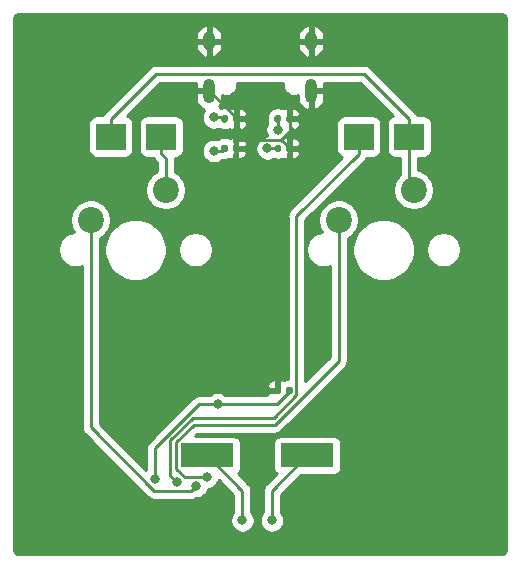
<source format=gbr>
%TF.GenerationSoftware,KiCad,Pcbnew,(5.1.12)-1*%
%TF.CreationDate,2024-08-07T21:13:35+08:00*%
%TF.ProjectId,BKL2x,424b4c32-782e-46b6-9963-61645f706362,1.0*%
%TF.SameCoordinates,Original*%
%TF.FileFunction,Copper,L2,Bot*%
%TF.FilePolarity,Positive*%
%FSLAX46Y46*%
G04 Gerber Fmt 4.6, Leading zero omitted, Abs format (unit mm)*
G04 Created by KiCad (PCBNEW (5.1.12)-1) date 2024-08-07 21:13:35*
%MOMM*%
%LPD*%
G01*
G04 APERTURE LIST*
%TA.AperFunction,SMDPad,CuDef*%
%ADD10R,2.500000X2.300000*%
%TD*%
%TA.AperFunction,ComponentPad*%
%ADD11O,1.000000X2.100000*%
%TD*%
%TA.AperFunction,ComponentPad*%
%ADD12O,1.000000X1.600000*%
%TD*%
%TA.AperFunction,ComponentPad*%
%ADD13C,2.200000*%
%TD*%
%TA.AperFunction,SMDPad,CuDef*%
%ADD14R,4.500000X2.000000*%
%TD*%
%TA.AperFunction,ViaPad*%
%ADD15C,0.800000*%
%TD*%
%TA.AperFunction,Conductor*%
%ADD16C,0.250000*%
%TD*%
%TA.AperFunction,Conductor*%
%ADD17C,0.254000*%
%TD*%
%TA.AperFunction,Conductor*%
%ADD18C,0.100000*%
%TD*%
G04 APERTURE END LIST*
%TO.P,C8,2*%
%TO.N,GND*%
%TA.AperFunction,SMDPad,CuDef*%
G36*
G01*
X147680000Y-84670000D02*
X147680000Y-84330000D01*
G75*
G02*
X147820000Y-84190000I140000J0D01*
G01*
X148100000Y-84190000D01*
G75*
G02*
X148240000Y-84330000I0J-140000D01*
G01*
X148240000Y-84670000D01*
G75*
G02*
X148100000Y-84810000I-140000J0D01*
G01*
X147820000Y-84810000D01*
G75*
G02*
X147680000Y-84670000I0J140000D01*
G01*
G37*
%TD.AperFunction*%
%TO.P,C8,1*%
%TO.N,/DP*%
%TA.AperFunction,SMDPad,CuDef*%
G36*
G01*
X146720000Y-84670000D02*
X146720000Y-84330000D01*
G75*
G02*
X146860000Y-84190000I140000J0D01*
G01*
X147140000Y-84190000D01*
G75*
G02*
X147280000Y-84330000I0J-140000D01*
G01*
X147280000Y-84670000D01*
G75*
G02*
X147140000Y-84810000I-140000J0D01*
G01*
X146860000Y-84810000D01*
G75*
G02*
X146720000Y-84670000I0J140000D01*
G01*
G37*
%TD.AperFunction*%
%TD*%
%TO.P,C7,2*%
%TO.N,GND*%
%TA.AperFunction,SMDPad,CuDef*%
G36*
G01*
X152200000Y-84670000D02*
X152200000Y-84330000D01*
G75*
G02*
X152340000Y-84190000I140000J0D01*
G01*
X152620000Y-84190000D01*
G75*
G02*
X152760000Y-84330000I0J-140000D01*
G01*
X152760000Y-84670000D01*
G75*
G02*
X152620000Y-84810000I-140000J0D01*
G01*
X152340000Y-84810000D01*
G75*
G02*
X152200000Y-84670000I0J140000D01*
G01*
G37*
%TD.AperFunction*%
%TO.P,C7,1*%
%TO.N,/DM*%
%TA.AperFunction,SMDPad,CuDef*%
G36*
G01*
X151240000Y-84670000D02*
X151240000Y-84330000D01*
G75*
G02*
X151380000Y-84190000I140000J0D01*
G01*
X151660000Y-84190000D01*
G75*
G02*
X151800000Y-84330000I0J-140000D01*
G01*
X151800000Y-84670000D01*
G75*
G02*
X151660000Y-84810000I-140000J0D01*
G01*
X151380000Y-84810000D01*
G75*
G02*
X151240000Y-84670000I0J140000D01*
G01*
G37*
%TD.AperFunction*%
%TD*%
%TO.P,C3,2*%
%TO.N,GND*%
%TA.AperFunction,SMDPad,CuDef*%
G36*
G01*
X151800000Y-104830000D02*
X151800000Y-105170000D01*
G75*
G02*
X151660000Y-105310000I-140000J0D01*
G01*
X151380000Y-105310000D01*
G75*
G02*
X151240000Y-105170000I0J140000D01*
G01*
X151240000Y-104830000D01*
G75*
G02*
X151380000Y-104690000I140000J0D01*
G01*
X151660000Y-104690000D01*
G75*
G02*
X151800000Y-104830000I0J-140000D01*
G01*
G37*
%TD.AperFunction*%
%TO.P,C3,1*%
%TO.N,/VB*%
%TA.AperFunction,SMDPad,CuDef*%
G36*
G01*
X152760000Y-104830000D02*
X152760000Y-105170000D01*
G75*
G02*
X152620000Y-105310000I-140000J0D01*
G01*
X152340000Y-105310000D01*
G75*
G02*
X152200000Y-105170000I0J140000D01*
G01*
X152200000Y-104830000D01*
G75*
G02*
X152340000Y-104690000I140000J0D01*
G01*
X152620000Y-104690000D01*
G75*
G02*
X152760000Y-104830000I0J-140000D01*
G01*
G37*
%TD.AperFunction*%
%TD*%
D10*
%TO.P,D1,1*%
%TO.N,Net-(D1-Pad1)*%
X137350000Y-83500000D03*
%TO.P,D1,2*%
%TO.N,Net-(D1-Pad2)*%
X141650000Y-83500000D03*
%TD*%
%TO.P,D2,2*%
%TO.N,Net-(D1-Pad1)*%
X162650000Y-83500000D03*
%TO.P,D2,1*%
%TO.N,/R0*%
X158350000Y-83500000D03*
%TD*%
D11*
%TO.P,J1,S1*%
%TO.N,GND*%
X154320000Y-79605000D03*
X145680000Y-79605000D03*
D12*
X154320000Y-75425000D03*
X145680000Y-75425000D03*
%TD*%
%TO.P,R1,1*%
%TO.N,GND*%
%TA.AperFunction,SMDPad,CuDef*%
G36*
G01*
X152780000Y-81815000D02*
X152780000Y-82185000D01*
G75*
G02*
X152645000Y-82320000I-135000J0D01*
G01*
X152375000Y-82320000D01*
G75*
G02*
X152240000Y-82185000I0J135000D01*
G01*
X152240000Y-81815000D01*
G75*
G02*
X152375000Y-81680000I135000J0D01*
G01*
X152645000Y-81680000D01*
G75*
G02*
X152780000Y-81815000I0J-135000D01*
G01*
G37*
%TD.AperFunction*%
%TO.P,R1,2*%
%TO.N,Net-(J1-PadA5)*%
%TA.AperFunction,SMDPad,CuDef*%
G36*
G01*
X151760000Y-81815000D02*
X151760000Y-82185000D01*
G75*
G02*
X151625000Y-82320000I-135000J0D01*
G01*
X151355000Y-82320000D01*
G75*
G02*
X151220000Y-82185000I0J135000D01*
G01*
X151220000Y-81815000D01*
G75*
G02*
X151355000Y-81680000I135000J0D01*
G01*
X151625000Y-81680000D01*
G75*
G02*
X151760000Y-81815000I0J-135000D01*
G01*
G37*
%TD.AperFunction*%
%TD*%
%TO.P,R2,2*%
%TO.N,Net-(J1-PadB5)*%
%TA.AperFunction,SMDPad,CuDef*%
G36*
G01*
X147270000Y-81815000D02*
X147270000Y-82185000D01*
G75*
G02*
X147135000Y-82320000I-135000J0D01*
G01*
X146865000Y-82320000D01*
G75*
G02*
X146730000Y-82185000I0J135000D01*
G01*
X146730000Y-81815000D01*
G75*
G02*
X146865000Y-81680000I135000J0D01*
G01*
X147135000Y-81680000D01*
G75*
G02*
X147270000Y-81815000I0J-135000D01*
G01*
G37*
%TD.AperFunction*%
%TO.P,R2,1*%
%TO.N,GND*%
%TA.AperFunction,SMDPad,CuDef*%
G36*
G01*
X148290000Y-81815000D02*
X148290000Y-82185000D01*
G75*
G02*
X148155000Y-82320000I-135000J0D01*
G01*
X147885000Y-82320000D01*
G75*
G02*
X147750000Y-82185000I0J135000D01*
G01*
X147750000Y-81815000D01*
G75*
G02*
X147885000Y-81680000I135000J0D01*
G01*
X148155000Y-81680000D01*
G75*
G02*
X148290000Y-81815000I0J-135000D01*
G01*
G37*
%TD.AperFunction*%
%TD*%
D13*
%TO.P,SW1,2*%
%TO.N,/C0*%
X135650000Y-90540000D03*
%TO.P,SW1,1*%
%TO.N,Net-(D1-Pad2)*%
X142000000Y-88000000D03*
%TD*%
%TO.P,SW2,1*%
%TO.N,Net-(D1-Pad1)*%
X163000000Y-88000000D03*
%TO.P,SW2,2*%
%TO.N,/C1*%
X156650000Y-90540000D03*
%TD*%
D14*
%TO.P,Y1,1*%
%TO.N,Net-(C5-Pad1)*%
X145500000Y-110500000D03*
%TO.P,Y1,2*%
%TO.N,Net-(C4-Pad2)*%
X154000000Y-110500000D03*
%TD*%
D15*
%TO.N,/VB*%
X141108500Y-112503100D03*
X146403700Y-106162500D03*
%TO.N,Net-(C4-Pad2)*%
X151000000Y-116000000D03*
%TO.N,Net-(C5-Pad1)*%
X148500000Y-116000000D03*
%TO.N,/R0*%
X142954100Y-112762400D03*
%TO.N,Net-(J1-PadB5)*%
X146096200Y-81884000D03*
%TO.N,/DP*%
X146091200Y-84717700D03*
%TO.N,/DM*%
X150631100Y-84500000D03*
%TO.N,Net-(J1-PadA5)*%
X151485800Y-82921500D03*
%TO.N,/C0*%
X144606300Y-113070300D03*
%TO.N,/C1*%
X145476300Y-112345000D03*
%TD*%
D16*
%TO.N,GND*%
X152510000Y-82000000D02*
X153300300Y-82000000D01*
X153300300Y-82000000D02*
X154320000Y-80980300D01*
X151815800Y-83752100D02*
X152510000Y-83057900D01*
X152510000Y-83057900D02*
X152510000Y-82000000D01*
X154320000Y-79605000D02*
X154320000Y-80980300D01*
X151815800Y-83752100D02*
X148020000Y-83752100D01*
X151815800Y-83752100D02*
X152480000Y-84416300D01*
X152480000Y-84416300D02*
X152480000Y-84500000D01*
X148020000Y-83752100D02*
X148020000Y-84440000D01*
X148020000Y-84440000D02*
X147960000Y-84500000D01*
X148020000Y-82000000D02*
X148020000Y-83752100D01*
X151520000Y-105000000D02*
X151520000Y-89720500D01*
X151520000Y-89720500D02*
X152480000Y-88760500D01*
X152480000Y-88760500D02*
X152480000Y-84500000D01*
X145680000Y-79605000D02*
X148020000Y-81945000D01*
X148020000Y-81945000D02*
X148020000Y-82000000D01*
%TO.N,/VB*%
X146403700Y-106162500D02*
X144835000Y-106162500D01*
X144835000Y-106162500D02*
X141108500Y-109889000D01*
X141108500Y-109889000D02*
X141108500Y-112503100D01*
X152480000Y-105000000D02*
X152480000Y-105090800D01*
X152480000Y-105090800D02*
X151408300Y-106162500D01*
X151408300Y-106162500D02*
X146403700Y-106162500D01*
%TO.N,Net-(C4-Pad2)*%
X151000000Y-116000000D02*
X151000000Y-113500000D01*
X151000000Y-113500000D02*
X154000000Y-110500000D01*
%TO.N,Net-(C5-Pad1)*%
X148500000Y-116000000D02*
X148500000Y-113500000D01*
X148500000Y-113500000D02*
X145500000Y-110500000D01*
%TO.N,Net-(D1-Pad1)*%
X162650000Y-83500000D02*
X162650000Y-82024700D01*
X162650000Y-82024700D02*
X158801900Y-78176600D01*
X158801900Y-78176600D02*
X141198100Y-78176600D01*
X141198100Y-78176600D02*
X137350000Y-82024700D01*
X163000000Y-88000000D02*
X162650000Y-87650000D01*
X162650000Y-87650000D02*
X162650000Y-83500000D01*
X137350000Y-83500000D02*
X137350000Y-82024700D01*
%TO.N,Net-(D1-Pad2)*%
X141650000Y-83500000D02*
X141650000Y-84975300D01*
X142000000Y-88000000D02*
X142000000Y-85325300D01*
X142000000Y-85325300D02*
X141650000Y-84975300D01*
%TO.N,/R0*%
X142954100Y-112762400D02*
X142411400Y-112219700D01*
X142411400Y-112219700D02*
X142411400Y-109223000D01*
X142411400Y-109223000D02*
X144327500Y-107306900D01*
X144327500Y-107306900D02*
X151170200Y-107306900D01*
X151170200Y-107306900D02*
X153087400Y-105389700D01*
X153087400Y-105389700D02*
X153087400Y-90237900D01*
X153087400Y-90237900D02*
X158350000Y-84975300D01*
X158350000Y-83500000D02*
X158350000Y-84975300D01*
%TO.N,Net-(J1-PadB5)*%
X146096200Y-81884000D02*
X146884000Y-81884000D01*
X146884000Y-81884000D02*
X147000000Y-82000000D01*
%TO.N,/DP*%
X146091200Y-84717700D02*
X146782300Y-84717700D01*
X146782300Y-84717700D02*
X147000000Y-84500000D01*
%TO.N,/DM*%
X151520000Y-84500000D02*
X150631100Y-84500000D01*
%TO.N,Net-(J1-PadA5)*%
X151490000Y-82000000D02*
X151490000Y-82917300D01*
X151490000Y-82917300D02*
X151485800Y-82921500D01*
%TO.N,/C0*%
X144606300Y-113070300D02*
X144185100Y-113491500D01*
X144185100Y-113491500D02*
X141029100Y-113491500D01*
X141029100Y-113491500D02*
X135650000Y-108112400D01*
X135650000Y-108112400D02*
X135650000Y-90540000D01*
%TO.N,/C1*%
X156650000Y-90540000D02*
X156650000Y-102492900D01*
X156650000Y-102492900D02*
X151250600Y-107892300D01*
X151250600Y-107892300D02*
X144379000Y-107892300D01*
X144379000Y-107892300D02*
X142896700Y-109374600D01*
X142896700Y-109374600D02*
X142896700Y-111633400D01*
X142896700Y-111633400D02*
X143608300Y-112345000D01*
X143608300Y-112345000D02*
X145476300Y-112345000D01*
%TD*%
D17*
%TO.N,GND*%
X170565424Y-73169580D02*
X170628356Y-73188580D01*
X170686405Y-73219445D01*
X170737343Y-73260989D01*
X170779248Y-73311644D01*
X170810515Y-73369471D01*
X170829956Y-73432272D01*
X170840001Y-73527845D01*
X170840000Y-118467721D01*
X170830420Y-118565424D01*
X170811420Y-118628357D01*
X170780554Y-118686406D01*
X170739011Y-118737343D01*
X170688356Y-118779248D01*
X170630529Y-118810515D01*
X170567728Y-118829956D01*
X170472165Y-118840000D01*
X129532279Y-118840000D01*
X129434576Y-118830420D01*
X129371643Y-118811420D01*
X129313594Y-118780554D01*
X129262657Y-118739011D01*
X129220752Y-118688356D01*
X129189485Y-118630529D01*
X129170044Y-118567728D01*
X129160000Y-118472165D01*
X129160000Y-92933740D01*
X132895000Y-92933740D01*
X132895000Y-93226260D01*
X132952068Y-93513158D01*
X133064010Y-93783411D01*
X133226525Y-94026632D01*
X133433368Y-94233475D01*
X133676589Y-94395990D01*
X133946842Y-94507932D01*
X134233740Y-94565000D01*
X134526260Y-94565000D01*
X134813158Y-94507932D01*
X134890001Y-94476103D01*
X134890000Y-108075078D01*
X134886324Y-108112400D01*
X134890000Y-108149722D01*
X134890000Y-108149732D01*
X134900997Y-108261385D01*
X134917739Y-108316576D01*
X134944454Y-108404646D01*
X135015026Y-108536676D01*
X135054871Y-108585226D01*
X135109999Y-108652401D01*
X135139003Y-108676204D01*
X140465301Y-114002503D01*
X140489099Y-114031501D01*
X140604824Y-114126474D01*
X140736853Y-114197046D01*
X140880114Y-114240503D01*
X140991767Y-114251500D01*
X140991776Y-114251500D01*
X141029099Y-114255176D01*
X141066422Y-114251500D01*
X144147778Y-114251500D01*
X144185100Y-114255176D01*
X144222422Y-114251500D01*
X144222433Y-114251500D01*
X144334086Y-114240503D01*
X144477347Y-114197046D01*
X144609376Y-114126474D01*
X144635177Y-114105300D01*
X144708239Y-114105300D01*
X144908198Y-114065526D01*
X145096556Y-113987505D01*
X145266074Y-113874237D01*
X145410237Y-113730074D01*
X145523505Y-113560556D01*
X145600095Y-113375653D01*
X145778198Y-113340226D01*
X145966556Y-113262205D01*
X146136074Y-113148937D01*
X146280237Y-113004774D01*
X146393505Y-112835256D01*
X146471526Y-112646898D01*
X146488212Y-112563013D01*
X147740001Y-113814803D01*
X147740000Y-115296289D01*
X147696063Y-115340226D01*
X147582795Y-115509744D01*
X147504774Y-115698102D01*
X147465000Y-115898061D01*
X147465000Y-116101939D01*
X147504774Y-116301898D01*
X147582795Y-116490256D01*
X147696063Y-116659774D01*
X147840226Y-116803937D01*
X148009744Y-116917205D01*
X148198102Y-116995226D01*
X148398061Y-117035000D01*
X148601939Y-117035000D01*
X148801898Y-116995226D01*
X148990256Y-116917205D01*
X149159774Y-116803937D01*
X149303937Y-116659774D01*
X149417205Y-116490256D01*
X149495226Y-116301898D01*
X149535000Y-116101939D01*
X149535000Y-115898061D01*
X149965000Y-115898061D01*
X149965000Y-116101939D01*
X150004774Y-116301898D01*
X150082795Y-116490256D01*
X150196063Y-116659774D01*
X150340226Y-116803937D01*
X150509744Y-116917205D01*
X150698102Y-116995226D01*
X150898061Y-117035000D01*
X151101939Y-117035000D01*
X151301898Y-116995226D01*
X151490256Y-116917205D01*
X151659774Y-116803937D01*
X151803937Y-116659774D01*
X151917205Y-116490256D01*
X151995226Y-116301898D01*
X152035000Y-116101939D01*
X152035000Y-115898061D01*
X151995226Y-115698102D01*
X151917205Y-115509744D01*
X151803937Y-115340226D01*
X151760000Y-115296289D01*
X151760000Y-113814801D01*
X153436730Y-112138072D01*
X156250000Y-112138072D01*
X156374482Y-112125812D01*
X156494180Y-112089502D01*
X156604494Y-112030537D01*
X156701185Y-111951185D01*
X156780537Y-111854494D01*
X156839502Y-111744180D01*
X156875812Y-111624482D01*
X156888072Y-111500000D01*
X156888072Y-109500000D01*
X156875812Y-109375518D01*
X156839502Y-109255820D01*
X156780537Y-109145506D01*
X156701185Y-109048815D01*
X156604494Y-108969463D01*
X156494180Y-108910498D01*
X156374482Y-108874188D01*
X156250000Y-108861928D01*
X151750000Y-108861928D01*
X151625518Y-108874188D01*
X151505820Y-108910498D01*
X151395506Y-108969463D01*
X151298815Y-109048815D01*
X151219463Y-109145506D01*
X151160498Y-109255820D01*
X151124188Y-109375518D01*
X151111928Y-109500000D01*
X151111928Y-111500000D01*
X151124188Y-111624482D01*
X151160498Y-111744180D01*
X151219463Y-111854494D01*
X151298815Y-111951185D01*
X151395042Y-112030156D01*
X150488998Y-112936201D01*
X150460000Y-112959999D01*
X150436202Y-112988997D01*
X150436201Y-112988998D01*
X150365026Y-113075724D01*
X150294454Y-113207754D01*
X150265744Y-113302401D01*
X150253577Y-113342514D01*
X150250998Y-113351015D01*
X150236324Y-113500000D01*
X150240001Y-113537332D01*
X150240000Y-115296289D01*
X150196063Y-115340226D01*
X150082795Y-115509744D01*
X150004774Y-115698102D01*
X149965000Y-115898061D01*
X149535000Y-115898061D01*
X149495226Y-115698102D01*
X149417205Y-115509744D01*
X149303937Y-115340226D01*
X149260000Y-115296289D01*
X149260000Y-113537325D01*
X149263676Y-113500000D01*
X149260000Y-113462675D01*
X149260000Y-113462667D01*
X149249003Y-113351014D01*
X149205546Y-113207753D01*
X149134974Y-113075724D01*
X149040001Y-112959999D01*
X149011003Y-112936201D01*
X148104958Y-112030156D01*
X148201185Y-111951185D01*
X148280537Y-111854494D01*
X148339502Y-111744180D01*
X148375812Y-111624482D01*
X148388072Y-111500000D01*
X148388072Y-109500000D01*
X148375812Y-109375518D01*
X148339502Y-109255820D01*
X148280537Y-109145506D01*
X148201185Y-109048815D01*
X148104494Y-108969463D01*
X147994180Y-108910498D01*
X147874482Y-108874188D01*
X147750000Y-108861928D01*
X144484174Y-108861928D01*
X144693802Y-108652300D01*
X151213278Y-108652300D01*
X151250600Y-108655976D01*
X151287922Y-108652300D01*
X151287933Y-108652300D01*
X151399586Y-108641303D01*
X151542847Y-108597846D01*
X151674876Y-108527274D01*
X151790601Y-108432301D01*
X151814404Y-108403297D01*
X157161003Y-103056699D01*
X157190001Y-103032901D01*
X157284974Y-102917176D01*
X157355546Y-102785147D01*
X157399003Y-102641886D01*
X157410000Y-102530233D01*
X157410000Y-102530225D01*
X157413676Y-102492900D01*
X157410000Y-102455575D01*
X157410000Y-92820475D01*
X157825000Y-92820475D01*
X157825000Y-93339525D01*
X157926261Y-93848601D01*
X158124893Y-94328141D01*
X158413262Y-94759715D01*
X158780285Y-95126738D01*
X159211859Y-95415107D01*
X159691399Y-95613739D01*
X160200475Y-95715000D01*
X160719525Y-95715000D01*
X161228601Y-95613739D01*
X161708141Y-95415107D01*
X162139715Y-95126738D01*
X162506738Y-94759715D01*
X162795107Y-94328141D01*
X162993739Y-93848601D01*
X163095000Y-93339525D01*
X163095000Y-92933740D01*
X164055000Y-92933740D01*
X164055000Y-93226260D01*
X164112068Y-93513158D01*
X164224010Y-93783411D01*
X164386525Y-94026632D01*
X164593368Y-94233475D01*
X164836589Y-94395990D01*
X165106842Y-94507932D01*
X165393740Y-94565000D01*
X165686260Y-94565000D01*
X165973158Y-94507932D01*
X166243411Y-94395990D01*
X166486632Y-94233475D01*
X166693475Y-94026632D01*
X166855990Y-93783411D01*
X166967932Y-93513158D01*
X167025000Y-93226260D01*
X167025000Y-92933740D01*
X166967932Y-92646842D01*
X166855990Y-92376589D01*
X166693475Y-92133368D01*
X166486632Y-91926525D01*
X166243411Y-91764010D01*
X165973158Y-91652068D01*
X165686260Y-91595000D01*
X165393740Y-91595000D01*
X165106842Y-91652068D01*
X164836589Y-91764010D01*
X164593368Y-91926525D01*
X164386525Y-92133368D01*
X164224010Y-92376589D01*
X164112068Y-92646842D01*
X164055000Y-92933740D01*
X163095000Y-92933740D01*
X163095000Y-92820475D01*
X162993739Y-92311399D01*
X162795107Y-91831859D01*
X162506738Y-91400285D01*
X162139715Y-91033262D01*
X161708141Y-90744893D01*
X161228601Y-90546261D01*
X160719525Y-90445000D01*
X160200475Y-90445000D01*
X159691399Y-90546261D01*
X159211859Y-90744893D01*
X158780285Y-91033262D01*
X158413262Y-91400285D01*
X158124893Y-91831859D01*
X157926261Y-92311399D01*
X157825000Y-92820475D01*
X157410000Y-92820475D01*
X157410000Y-92103148D01*
X157471831Y-92077537D01*
X157755998Y-91887663D01*
X157997663Y-91645998D01*
X158187537Y-91361831D01*
X158318325Y-91046081D01*
X158385000Y-90710883D01*
X158385000Y-90369117D01*
X158318325Y-90033919D01*
X158187537Y-89718169D01*
X157997663Y-89434002D01*
X157755998Y-89192337D01*
X157471831Y-89002463D01*
X157156081Y-88871675D01*
X156820883Y-88805000D01*
X156479117Y-88805000D01*
X156143919Y-88871675D01*
X155828169Y-89002463D01*
X155544002Y-89192337D01*
X155302337Y-89434002D01*
X155112463Y-89718169D01*
X154981675Y-90033919D01*
X154915000Y-90369117D01*
X154915000Y-90710883D01*
X154981675Y-91046081D01*
X155112463Y-91361831D01*
X155268261Y-91595000D01*
X155233740Y-91595000D01*
X154946842Y-91652068D01*
X154676589Y-91764010D01*
X154433368Y-91926525D01*
X154226525Y-92133368D01*
X154064010Y-92376589D01*
X153952068Y-92646842D01*
X153895000Y-92933740D01*
X153895000Y-93226260D01*
X153952068Y-93513158D01*
X154064010Y-93783411D01*
X154226525Y-94026632D01*
X154433368Y-94233475D01*
X154676589Y-94395990D01*
X154946842Y-94507932D01*
X155233740Y-94565000D01*
X155526260Y-94565000D01*
X155813158Y-94507932D01*
X155890000Y-94476103D01*
X155890001Y-102178097D01*
X153847400Y-104220698D01*
X153847400Y-90552701D01*
X158861003Y-85539099D01*
X158890001Y-85515301D01*
X158984974Y-85399576D01*
X159044575Y-85288072D01*
X159600000Y-85288072D01*
X159724482Y-85275812D01*
X159844180Y-85239502D01*
X159954494Y-85180537D01*
X160051185Y-85101185D01*
X160130537Y-85004494D01*
X160189502Y-84894180D01*
X160225812Y-84774482D01*
X160238072Y-84650000D01*
X160238072Y-82350000D01*
X160225812Y-82225518D01*
X160189502Y-82105820D01*
X160130537Y-81995506D01*
X160051185Y-81898815D01*
X159954494Y-81819463D01*
X159844180Y-81760498D01*
X159724482Y-81724188D01*
X159600000Y-81711928D01*
X157100000Y-81711928D01*
X156975518Y-81724188D01*
X156855820Y-81760498D01*
X156745506Y-81819463D01*
X156648815Y-81898815D01*
X156569463Y-81995506D01*
X156510498Y-82105820D01*
X156474188Y-82225518D01*
X156461928Y-82350000D01*
X156461928Y-84650000D01*
X156474188Y-84774482D01*
X156510498Y-84894180D01*
X156569463Y-85004494D01*
X156648815Y-85101185D01*
X156745506Y-85180537D01*
X156855820Y-85239502D01*
X156974880Y-85275618D01*
X152576398Y-89674101D01*
X152547400Y-89697899D01*
X152523602Y-89726897D01*
X152523601Y-89726898D01*
X152452426Y-89813624D01*
X152381854Y-89945654D01*
X152338398Y-90088915D01*
X152323724Y-90237900D01*
X152327401Y-90275233D01*
X152327400Y-104053169D01*
X152188206Y-104066878D01*
X152056509Y-104106828D01*
X152046878Y-104101623D01*
X151927348Y-104064765D01*
X151805750Y-104055000D01*
X151647000Y-104213750D01*
X151647000Y-104483892D01*
X151621155Y-104532245D01*
X151576878Y-104678206D01*
X151561928Y-104830000D01*
X151561928Y-104934070D01*
X151368999Y-105127000D01*
X150763750Y-105127000D01*
X150605000Y-105285750D01*
X150601935Y-105307077D01*
X150610892Y-105402500D01*
X147107411Y-105402500D01*
X147063474Y-105358563D01*
X146893956Y-105245295D01*
X146705598Y-105167274D01*
X146505639Y-105127500D01*
X146301761Y-105127500D01*
X146101802Y-105167274D01*
X145913444Y-105245295D01*
X145743926Y-105358563D01*
X145699989Y-105402500D01*
X144872323Y-105402500D01*
X144835000Y-105398824D01*
X144797677Y-105402500D01*
X144797667Y-105402500D01*
X144686014Y-105413497D01*
X144542753Y-105456954D01*
X144410724Y-105527526D01*
X144294999Y-105622499D01*
X144271201Y-105651497D01*
X140597503Y-109325196D01*
X140568499Y-109348999D01*
X140513371Y-109416174D01*
X140473526Y-109464724D01*
X140442064Y-109523585D01*
X140402954Y-109596754D01*
X140359497Y-109740015D01*
X140348500Y-109851668D01*
X140348500Y-109851678D01*
X140344824Y-109889000D01*
X140348500Y-109926323D01*
X140348501Y-111736099D01*
X136410000Y-107797599D01*
X136410000Y-104692923D01*
X150601935Y-104692923D01*
X150605000Y-104714250D01*
X150763750Y-104873000D01*
X151393000Y-104873000D01*
X151393000Y-104213750D01*
X151234250Y-104055000D01*
X151112652Y-104064765D01*
X150993122Y-104101623D01*
X150883079Y-104161092D01*
X150786753Y-104240887D01*
X150707844Y-104337941D01*
X150649386Y-104448524D01*
X150613625Y-104568387D01*
X150601935Y-104692923D01*
X136410000Y-104692923D01*
X136410000Y-92820475D01*
X136825000Y-92820475D01*
X136825000Y-93339525D01*
X136926261Y-93848601D01*
X137124893Y-94328141D01*
X137413262Y-94759715D01*
X137780285Y-95126738D01*
X138211859Y-95415107D01*
X138691399Y-95613739D01*
X139200475Y-95715000D01*
X139719525Y-95715000D01*
X140228601Y-95613739D01*
X140708141Y-95415107D01*
X141139715Y-95126738D01*
X141506738Y-94759715D01*
X141795107Y-94328141D01*
X141993739Y-93848601D01*
X142095000Y-93339525D01*
X142095000Y-92933740D01*
X143055000Y-92933740D01*
X143055000Y-93226260D01*
X143112068Y-93513158D01*
X143224010Y-93783411D01*
X143386525Y-94026632D01*
X143593368Y-94233475D01*
X143836589Y-94395990D01*
X144106842Y-94507932D01*
X144393740Y-94565000D01*
X144686260Y-94565000D01*
X144973158Y-94507932D01*
X145243411Y-94395990D01*
X145486632Y-94233475D01*
X145693475Y-94026632D01*
X145855990Y-93783411D01*
X145967932Y-93513158D01*
X146025000Y-93226260D01*
X146025000Y-92933740D01*
X145967932Y-92646842D01*
X145855990Y-92376589D01*
X145693475Y-92133368D01*
X145486632Y-91926525D01*
X145243411Y-91764010D01*
X144973158Y-91652068D01*
X144686260Y-91595000D01*
X144393740Y-91595000D01*
X144106842Y-91652068D01*
X143836589Y-91764010D01*
X143593368Y-91926525D01*
X143386525Y-92133368D01*
X143224010Y-92376589D01*
X143112068Y-92646842D01*
X143055000Y-92933740D01*
X142095000Y-92933740D01*
X142095000Y-92820475D01*
X141993739Y-92311399D01*
X141795107Y-91831859D01*
X141506738Y-91400285D01*
X141139715Y-91033262D01*
X140708141Y-90744893D01*
X140228601Y-90546261D01*
X139719525Y-90445000D01*
X139200475Y-90445000D01*
X138691399Y-90546261D01*
X138211859Y-90744893D01*
X137780285Y-91033262D01*
X137413262Y-91400285D01*
X137124893Y-91831859D01*
X136926261Y-92311399D01*
X136825000Y-92820475D01*
X136410000Y-92820475D01*
X136410000Y-92103148D01*
X136471831Y-92077537D01*
X136755998Y-91887663D01*
X136997663Y-91645998D01*
X137187537Y-91361831D01*
X137318325Y-91046081D01*
X137385000Y-90710883D01*
X137385000Y-90369117D01*
X137318325Y-90033919D01*
X137187537Y-89718169D01*
X136997663Y-89434002D01*
X136755998Y-89192337D01*
X136471831Y-89002463D01*
X136156081Y-88871675D01*
X135820883Y-88805000D01*
X135479117Y-88805000D01*
X135143919Y-88871675D01*
X134828169Y-89002463D01*
X134544002Y-89192337D01*
X134302337Y-89434002D01*
X134112463Y-89718169D01*
X133981675Y-90033919D01*
X133915000Y-90369117D01*
X133915000Y-90710883D01*
X133981675Y-91046081D01*
X134112463Y-91361831D01*
X134268261Y-91595000D01*
X134233740Y-91595000D01*
X133946842Y-91652068D01*
X133676589Y-91764010D01*
X133433368Y-91926525D01*
X133226525Y-92133368D01*
X133064010Y-92376589D01*
X132952068Y-92646842D01*
X132895000Y-92933740D01*
X129160000Y-92933740D01*
X129160000Y-82350000D01*
X135461928Y-82350000D01*
X135461928Y-84650000D01*
X135474188Y-84774482D01*
X135510498Y-84894180D01*
X135569463Y-85004494D01*
X135648815Y-85101185D01*
X135745506Y-85180537D01*
X135855820Y-85239502D01*
X135975518Y-85275812D01*
X136100000Y-85288072D01*
X138600000Y-85288072D01*
X138724482Y-85275812D01*
X138844180Y-85239502D01*
X138954494Y-85180537D01*
X139051185Y-85101185D01*
X139130537Y-85004494D01*
X139189502Y-84894180D01*
X139225812Y-84774482D01*
X139238072Y-84650000D01*
X139238072Y-82350000D01*
X139761928Y-82350000D01*
X139761928Y-84650000D01*
X139774188Y-84774482D01*
X139810498Y-84894180D01*
X139869463Y-85004494D01*
X139948815Y-85101185D01*
X140045506Y-85180537D01*
X140155820Y-85239502D01*
X140275518Y-85275812D01*
X140400000Y-85288072D01*
X140955425Y-85288072D01*
X141015026Y-85399576D01*
X141082158Y-85481376D01*
X141110000Y-85515301D01*
X141138998Y-85539099D01*
X141240001Y-85640102D01*
X141240001Y-86436852D01*
X141178169Y-86462463D01*
X140894002Y-86652337D01*
X140652337Y-86894002D01*
X140462463Y-87178169D01*
X140331675Y-87493919D01*
X140265000Y-87829117D01*
X140265000Y-88170883D01*
X140331675Y-88506081D01*
X140462463Y-88821831D01*
X140652337Y-89105998D01*
X140894002Y-89347663D01*
X141178169Y-89537537D01*
X141493919Y-89668325D01*
X141829117Y-89735000D01*
X142170883Y-89735000D01*
X142506081Y-89668325D01*
X142821831Y-89537537D01*
X143105998Y-89347663D01*
X143347663Y-89105998D01*
X143537537Y-88821831D01*
X143668325Y-88506081D01*
X143735000Y-88170883D01*
X143735000Y-87829117D01*
X143668325Y-87493919D01*
X143537537Y-87178169D01*
X143347663Y-86894002D01*
X143105998Y-86652337D01*
X142821831Y-86462463D01*
X142760000Y-86436852D01*
X142760000Y-85362625D01*
X142763676Y-85325300D01*
X142760010Y-85288072D01*
X142900000Y-85288072D01*
X143024482Y-85275812D01*
X143144180Y-85239502D01*
X143254494Y-85180537D01*
X143351185Y-85101185D01*
X143430537Y-85004494D01*
X143489502Y-84894180D01*
X143525812Y-84774482D01*
X143538072Y-84650000D01*
X143538072Y-84615761D01*
X145056200Y-84615761D01*
X145056200Y-84819639D01*
X145095974Y-85019598D01*
X145173995Y-85207956D01*
X145287263Y-85377474D01*
X145431426Y-85521637D01*
X145600944Y-85634905D01*
X145789302Y-85712926D01*
X145989261Y-85752700D01*
X146193139Y-85752700D01*
X146393098Y-85712926D01*
X146581456Y-85634905D01*
X146750974Y-85521637D01*
X146792211Y-85480400D01*
X146819622Y-85477700D01*
X146819633Y-85477700D01*
X146931286Y-85466703D01*
X146992705Y-85448072D01*
X147140000Y-85448072D01*
X147291794Y-85433122D01*
X147423491Y-85393172D01*
X147433122Y-85398377D01*
X147552652Y-85435235D01*
X147674250Y-85445000D01*
X147833000Y-85286250D01*
X147833000Y-85016108D01*
X147858845Y-84967755D01*
X147903122Y-84821794D01*
X147918072Y-84670000D01*
X147918072Y-84627000D01*
X148087000Y-84627000D01*
X148087000Y-85286250D01*
X148245750Y-85445000D01*
X148367348Y-85435235D01*
X148486878Y-85398377D01*
X148596921Y-85338908D01*
X148693247Y-85259113D01*
X148772156Y-85162059D01*
X148830614Y-85051476D01*
X148866375Y-84931613D01*
X148878065Y-84807077D01*
X148875000Y-84785750D01*
X148716250Y-84627000D01*
X148087000Y-84627000D01*
X147918072Y-84627000D01*
X147918072Y-84398061D01*
X149596100Y-84398061D01*
X149596100Y-84601939D01*
X149635874Y-84801898D01*
X149713895Y-84990256D01*
X149827163Y-85159774D01*
X149971326Y-85303937D01*
X150140844Y-85417205D01*
X150329202Y-85495226D01*
X150529161Y-85535000D01*
X150733039Y-85535000D01*
X150932998Y-85495226D01*
X151121356Y-85417205D01*
X151138335Y-85405860D01*
X151228206Y-85433122D01*
X151380000Y-85448072D01*
X151660000Y-85448072D01*
X151811794Y-85433122D01*
X151943491Y-85393172D01*
X151953122Y-85398377D01*
X152072652Y-85435235D01*
X152194250Y-85445000D01*
X152353000Y-85286250D01*
X152353000Y-85016108D01*
X152378845Y-84967755D01*
X152423122Y-84821794D01*
X152438072Y-84670000D01*
X152438072Y-84627000D01*
X152607000Y-84627000D01*
X152607000Y-85286250D01*
X152765750Y-85445000D01*
X152887348Y-85435235D01*
X153006878Y-85398377D01*
X153116921Y-85338908D01*
X153213247Y-85259113D01*
X153292156Y-85162059D01*
X153350614Y-85051476D01*
X153386375Y-84931613D01*
X153398065Y-84807077D01*
X153395000Y-84785750D01*
X153236250Y-84627000D01*
X152607000Y-84627000D01*
X152438072Y-84627000D01*
X152438072Y-84330000D01*
X152423122Y-84178206D01*
X152378845Y-84032245D01*
X152353000Y-83983892D01*
X152353000Y-83713750D01*
X152607000Y-83713750D01*
X152607000Y-84373000D01*
X153236250Y-84373000D01*
X153395000Y-84214250D01*
X153398065Y-84192923D01*
X153386375Y-84068387D01*
X153350614Y-83948524D01*
X153292156Y-83837941D01*
X153213247Y-83740887D01*
X153116921Y-83661092D01*
X153006878Y-83601623D01*
X152887348Y-83564765D01*
X152765750Y-83555000D01*
X152607000Y-83713750D01*
X152353000Y-83713750D01*
X152255131Y-83615881D01*
X152289737Y-83581274D01*
X152403005Y-83411756D01*
X152481026Y-83223398D01*
X152520800Y-83023439D01*
X152520800Y-82955000D01*
X152637002Y-82955000D01*
X152637002Y-82796252D01*
X152795750Y-82955000D01*
X152912202Y-82944226D01*
X153031442Y-82906441D01*
X153141020Y-82846118D01*
X153236724Y-82765578D01*
X153314876Y-82667914D01*
X153372473Y-82556879D01*
X153407301Y-82436742D01*
X153418023Y-82312119D01*
X153415000Y-82285750D01*
X153256250Y-82127000D01*
X152637000Y-82127000D01*
X152637000Y-82147000D01*
X152398072Y-82147000D01*
X152398072Y-81815000D01*
X152383218Y-81664181D01*
X152383000Y-81663462D01*
X152383000Y-81203750D01*
X152637000Y-81203750D01*
X152637000Y-81873000D01*
X153256250Y-81873000D01*
X153415000Y-81714250D01*
X153418023Y-81687881D01*
X153407301Y-81563258D01*
X153372473Y-81443121D01*
X153314876Y-81332086D01*
X153236724Y-81234422D01*
X153141020Y-81153882D01*
X153031442Y-81093559D01*
X152912202Y-81055774D01*
X152795750Y-81045000D01*
X152637000Y-81203750D01*
X152383000Y-81203750D01*
X152224250Y-81045000D01*
X152107798Y-81055774D01*
X151988558Y-81093559D01*
X151948549Y-81115584D01*
X151920842Y-81100775D01*
X151775819Y-81056782D01*
X151625000Y-81041928D01*
X151355000Y-81041928D01*
X151204181Y-81056782D01*
X151059158Y-81100775D01*
X150925504Y-81172214D01*
X150808356Y-81268356D01*
X150712214Y-81385504D01*
X150640775Y-81519158D01*
X150596782Y-81664181D01*
X150581928Y-81815000D01*
X150581928Y-82185000D01*
X150596782Y-82335819D01*
X150607890Y-82372435D01*
X150568595Y-82431244D01*
X150490574Y-82619602D01*
X150450800Y-82819561D01*
X150450800Y-83023439D01*
X150490574Y-83223398D01*
X150568595Y-83411756D01*
X150604171Y-83465000D01*
X150529161Y-83465000D01*
X150329202Y-83504774D01*
X150140844Y-83582795D01*
X149971326Y-83696063D01*
X149827163Y-83840226D01*
X149713895Y-84009744D01*
X149635874Y-84198102D01*
X149596100Y-84398061D01*
X147918072Y-84398061D01*
X147918072Y-84330000D01*
X147903122Y-84178206D01*
X147858845Y-84032245D01*
X147833000Y-83983892D01*
X147833000Y-83713750D01*
X148087000Y-83713750D01*
X148087000Y-84373000D01*
X148716250Y-84373000D01*
X148875000Y-84214250D01*
X148878065Y-84192923D01*
X148866375Y-84068387D01*
X148830614Y-83948524D01*
X148772156Y-83837941D01*
X148693247Y-83740887D01*
X148596921Y-83661092D01*
X148486878Y-83601623D01*
X148367348Y-83564765D01*
X148245750Y-83555000D01*
X148087000Y-83713750D01*
X147833000Y-83713750D01*
X147674250Y-83555000D01*
X147552652Y-83564765D01*
X147433122Y-83601623D01*
X147423491Y-83606828D01*
X147291794Y-83566878D01*
X147140000Y-83551928D01*
X146860000Y-83551928D01*
X146708206Y-83566878D01*
X146562245Y-83611155D01*
X146427726Y-83683057D01*
X146382311Y-83720328D01*
X146193139Y-83682700D01*
X145989261Y-83682700D01*
X145789302Y-83722474D01*
X145600944Y-83800495D01*
X145431426Y-83913763D01*
X145287263Y-84057926D01*
X145173995Y-84227444D01*
X145095974Y-84415802D01*
X145056200Y-84615761D01*
X143538072Y-84615761D01*
X143538072Y-82350000D01*
X143525812Y-82225518D01*
X143489502Y-82105820D01*
X143430537Y-81995506D01*
X143351185Y-81898815D01*
X143254494Y-81819463D01*
X143144180Y-81760498D01*
X143024482Y-81724188D01*
X142900000Y-81711928D01*
X140400000Y-81711928D01*
X140275518Y-81724188D01*
X140155820Y-81760498D01*
X140045506Y-81819463D01*
X139948815Y-81898815D01*
X139869463Y-81995506D01*
X139810498Y-82105820D01*
X139774188Y-82225518D01*
X139761928Y-82350000D01*
X139238072Y-82350000D01*
X139225812Y-82225518D01*
X139189502Y-82105820D01*
X139130537Y-81995506D01*
X139051185Y-81898815D01*
X138954494Y-81819463D01*
X138844180Y-81760498D01*
X138725120Y-81724381D01*
X141512902Y-78936600D01*
X144545000Y-78936600D01*
X144545000Y-79478000D01*
X145553000Y-79478000D01*
X145553000Y-79458000D01*
X145807000Y-79458000D01*
X145807000Y-79478000D01*
X145827000Y-79478000D01*
X145827000Y-79732000D01*
X145807000Y-79732000D01*
X145807000Y-79752000D01*
X145553000Y-79752000D01*
X145553000Y-79732000D01*
X144545000Y-79732000D01*
X144545000Y-80282000D01*
X144591585Y-80500987D01*
X144679997Y-80706678D01*
X144806839Y-80891169D01*
X144967236Y-81047369D01*
X145155024Y-81169276D01*
X145296560Y-81219929D01*
X145292263Y-81224226D01*
X145178995Y-81393744D01*
X145100974Y-81582102D01*
X145061200Y-81782061D01*
X145061200Y-81985939D01*
X145100974Y-82185898D01*
X145178995Y-82374256D01*
X145292263Y-82543774D01*
X145436426Y-82687937D01*
X145605944Y-82801205D01*
X145794302Y-82879226D01*
X145994261Y-82919000D01*
X146198139Y-82919000D01*
X146398098Y-82879226D01*
X146473393Y-82848038D01*
X146569158Y-82899225D01*
X146714181Y-82943218D01*
X146865000Y-82958072D01*
X147135000Y-82958072D01*
X147285819Y-82943218D01*
X147430842Y-82899225D01*
X147458549Y-82884416D01*
X147498558Y-82906441D01*
X147617798Y-82944226D01*
X147734250Y-82955000D01*
X147893000Y-82796250D01*
X147893000Y-82336538D01*
X147893218Y-82335819D01*
X147908072Y-82185000D01*
X147908072Y-82127000D01*
X148147000Y-82127000D01*
X148147000Y-82796250D01*
X148305750Y-82955000D01*
X148422202Y-82944226D01*
X148541442Y-82906441D01*
X148651020Y-82846118D01*
X148746724Y-82765578D01*
X148824876Y-82667914D01*
X148882473Y-82556879D01*
X148917301Y-82436742D01*
X148928023Y-82312119D01*
X148925000Y-82285750D01*
X148766250Y-82127000D01*
X148147000Y-82127000D01*
X147908072Y-82127000D01*
X147908072Y-81815000D01*
X147893218Y-81664181D01*
X147893000Y-81663462D01*
X147893000Y-81203750D01*
X148147000Y-81203750D01*
X148147000Y-81873000D01*
X148766250Y-81873000D01*
X148925000Y-81714250D01*
X148928023Y-81687881D01*
X148917301Y-81563258D01*
X148882473Y-81443121D01*
X148824876Y-81332086D01*
X148746724Y-81234422D01*
X148651020Y-81153882D01*
X148541442Y-81093559D01*
X148422202Y-81055774D01*
X148305750Y-81045000D01*
X148147000Y-81203750D01*
X147893000Y-81203750D01*
X147734250Y-81045000D01*
X147617798Y-81055774D01*
X147498558Y-81093559D01*
X147458549Y-81115584D01*
X147430842Y-81100775D01*
X147285819Y-81056782D01*
X147135000Y-81041928D01*
X146865000Y-81041928D01*
X146720239Y-81056185D01*
X146586456Y-80966795D01*
X146508613Y-80934551D01*
X146553161Y-80891169D01*
X146680003Y-80706678D01*
X146768415Y-80500987D01*
X146815000Y-80282000D01*
X146815000Y-80021904D01*
X146829978Y-80028108D01*
X147015448Y-80065000D01*
X147204552Y-80065000D01*
X147390022Y-80028108D01*
X147564731Y-79955741D01*
X147721964Y-79850681D01*
X147855681Y-79716964D01*
X147960741Y-79559731D01*
X148033108Y-79385022D01*
X148070000Y-79199552D01*
X148070000Y-79010448D01*
X148055311Y-78936600D01*
X151944689Y-78936600D01*
X151930000Y-79010448D01*
X151930000Y-79199552D01*
X151966892Y-79385022D01*
X152039259Y-79559731D01*
X152144319Y-79716964D01*
X152278036Y-79850681D01*
X152435269Y-79955741D01*
X152609978Y-80028108D01*
X152795448Y-80065000D01*
X152984552Y-80065000D01*
X153170022Y-80028108D01*
X153185000Y-80021904D01*
X153185000Y-80282000D01*
X153231585Y-80500987D01*
X153319997Y-80706678D01*
X153446839Y-80891169D01*
X153607236Y-81047369D01*
X153795024Y-81169276D01*
X154018126Y-81249119D01*
X154193000Y-81122954D01*
X154193000Y-79732000D01*
X154447000Y-79732000D01*
X154447000Y-81122954D01*
X154621874Y-81249119D01*
X154844976Y-81169276D01*
X155032764Y-81047369D01*
X155193161Y-80891169D01*
X155320003Y-80706678D01*
X155408415Y-80500987D01*
X155455000Y-80282000D01*
X155455000Y-79732000D01*
X154447000Y-79732000D01*
X154193000Y-79732000D01*
X154173000Y-79732000D01*
X154173000Y-79478000D01*
X154193000Y-79478000D01*
X154193000Y-79458000D01*
X154447000Y-79458000D01*
X154447000Y-79478000D01*
X155455000Y-79478000D01*
X155455000Y-78936600D01*
X158487099Y-78936600D01*
X161274880Y-81724382D01*
X161155820Y-81760498D01*
X161045506Y-81819463D01*
X160948815Y-81898815D01*
X160869463Y-81995506D01*
X160810498Y-82105820D01*
X160774188Y-82225518D01*
X160761928Y-82350000D01*
X160761928Y-84650000D01*
X160774188Y-84774482D01*
X160810498Y-84894180D01*
X160869463Y-85004494D01*
X160948815Y-85101185D01*
X161045506Y-85180537D01*
X161155820Y-85239502D01*
X161275518Y-85275812D01*
X161400000Y-85288072D01*
X161890001Y-85288072D01*
X161890000Y-86656339D01*
X161652337Y-86894002D01*
X161462463Y-87178169D01*
X161331675Y-87493919D01*
X161265000Y-87829117D01*
X161265000Y-88170883D01*
X161331675Y-88506081D01*
X161462463Y-88821831D01*
X161652337Y-89105998D01*
X161894002Y-89347663D01*
X162178169Y-89537537D01*
X162493919Y-89668325D01*
X162829117Y-89735000D01*
X163170883Y-89735000D01*
X163506081Y-89668325D01*
X163821831Y-89537537D01*
X164105998Y-89347663D01*
X164347663Y-89105998D01*
X164537537Y-88821831D01*
X164668325Y-88506081D01*
X164735000Y-88170883D01*
X164735000Y-87829117D01*
X164668325Y-87493919D01*
X164537537Y-87178169D01*
X164347663Y-86894002D01*
X164105998Y-86652337D01*
X163821831Y-86462463D01*
X163506081Y-86331675D01*
X163410000Y-86312563D01*
X163410000Y-85288072D01*
X163900000Y-85288072D01*
X164024482Y-85275812D01*
X164144180Y-85239502D01*
X164254494Y-85180537D01*
X164351185Y-85101185D01*
X164430537Y-85004494D01*
X164489502Y-84894180D01*
X164525812Y-84774482D01*
X164538072Y-84650000D01*
X164538072Y-82350000D01*
X164525812Y-82225518D01*
X164489502Y-82105820D01*
X164430537Y-81995506D01*
X164351185Y-81898815D01*
X164254494Y-81819463D01*
X164144180Y-81760498D01*
X164024482Y-81724188D01*
X163900000Y-81711928D01*
X163344575Y-81711928D01*
X163284974Y-81600424D01*
X163190001Y-81484699D01*
X163161003Y-81460901D01*
X159365704Y-77665603D01*
X159341901Y-77636599D01*
X159226176Y-77541626D01*
X159094147Y-77471054D01*
X158950886Y-77427597D01*
X158839233Y-77416600D01*
X158839222Y-77416600D01*
X158801900Y-77412924D01*
X158764578Y-77416600D01*
X141235422Y-77416600D01*
X141198099Y-77412924D01*
X141160776Y-77416600D01*
X141160767Y-77416600D01*
X141049114Y-77427597D01*
X140905853Y-77471054D01*
X140773824Y-77541626D01*
X140658099Y-77636599D01*
X140634301Y-77665597D01*
X136838998Y-81460901D01*
X136810000Y-81484699D01*
X136786202Y-81513697D01*
X136786201Y-81513698D01*
X136715026Y-81600424D01*
X136655425Y-81711928D01*
X136100000Y-81711928D01*
X135975518Y-81724188D01*
X135855820Y-81760498D01*
X135745506Y-81819463D01*
X135648815Y-81898815D01*
X135569463Y-81995506D01*
X135510498Y-82105820D01*
X135474188Y-82225518D01*
X135461928Y-82350000D01*
X129160000Y-82350000D01*
X129160000Y-75552000D01*
X144545000Y-75552000D01*
X144545000Y-75852000D01*
X144591585Y-76070987D01*
X144679997Y-76276678D01*
X144806839Y-76461169D01*
X144967236Y-76617369D01*
X145155024Y-76739276D01*
X145378126Y-76819119D01*
X145553000Y-76692954D01*
X145553000Y-75552000D01*
X145807000Y-75552000D01*
X145807000Y-76692954D01*
X145981874Y-76819119D01*
X146204976Y-76739276D01*
X146392764Y-76617369D01*
X146553161Y-76461169D01*
X146680003Y-76276678D01*
X146768415Y-76070987D01*
X146815000Y-75852000D01*
X146815000Y-75552000D01*
X153185000Y-75552000D01*
X153185000Y-75852000D01*
X153231585Y-76070987D01*
X153319997Y-76276678D01*
X153446839Y-76461169D01*
X153607236Y-76617369D01*
X153795024Y-76739276D01*
X154018126Y-76819119D01*
X154193000Y-76692954D01*
X154193000Y-75552000D01*
X154447000Y-75552000D01*
X154447000Y-76692954D01*
X154621874Y-76819119D01*
X154844976Y-76739276D01*
X155032764Y-76617369D01*
X155193161Y-76461169D01*
X155320003Y-76276678D01*
X155408415Y-76070987D01*
X155455000Y-75852000D01*
X155455000Y-75552000D01*
X154447000Y-75552000D01*
X154193000Y-75552000D01*
X153185000Y-75552000D01*
X146815000Y-75552000D01*
X145807000Y-75552000D01*
X145553000Y-75552000D01*
X144545000Y-75552000D01*
X129160000Y-75552000D01*
X129160000Y-74998000D01*
X144545000Y-74998000D01*
X144545000Y-75298000D01*
X145553000Y-75298000D01*
X145553000Y-74157046D01*
X145807000Y-74157046D01*
X145807000Y-75298000D01*
X146815000Y-75298000D01*
X146815000Y-74998000D01*
X153185000Y-74998000D01*
X153185000Y-75298000D01*
X154193000Y-75298000D01*
X154193000Y-74157046D01*
X154447000Y-74157046D01*
X154447000Y-75298000D01*
X155455000Y-75298000D01*
X155455000Y-74998000D01*
X155408415Y-74779013D01*
X155320003Y-74573322D01*
X155193161Y-74388831D01*
X155032764Y-74232631D01*
X154844976Y-74110724D01*
X154621874Y-74030881D01*
X154447000Y-74157046D01*
X154193000Y-74157046D01*
X154018126Y-74030881D01*
X153795024Y-74110724D01*
X153607236Y-74232631D01*
X153446839Y-74388831D01*
X153319997Y-74573322D01*
X153231585Y-74779013D01*
X153185000Y-74998000D01*
X146815000Y-74998000D01*
X146768415Y-74779013D01*
X146680003Y-74573322D01*
X146553161Y-74388831D01*
X146392764Y-74232631D01*
X146204976Y-74110724D01*
X145981874Y-74030881D01*
X145807000Y-74157046D01*
X145553000Y-74157046D01*
X145378126Y-74030881D01*
X145155024Y-74110724D01*
X144967236Y-74232631D01*
X144806839Y-74388831D01*
X144679997Y-74573322D01*
X144591585Y-74779013D01*
X144545000Y-74998000D01*
X129160000Y-74998000D01*
X129160000Y-73532279D01*
X129169580Y-73434576D01*
X129188580Y-73371644D01*
X129219445Y-73313595D01*
X129260989Y-73262657D01*
X129311644Y-73220752D01*
X129369471Y-73189485D01*
X129432272Y-73170044D01*
X129527835Y-73160000D01*
X170467721Y-73160000D01*
X170565424Y-73169580D01*
%TA.AperFunction,Conductor*%
D18*
G36*
X170565424Y-73169580D02*
G01*
X170628356Y-73188580D01*
X170686405Y-73219445D01*
X170737343Y-73260989D01*
X170779248Y-73311644D01*
X170810515Y-73369471D01*
X170829956Y-73432272D01*
X170840001Y-73527845D01*
X170840000Y-118467721D01*
X170830420Y-118565424D01*
X170811420Y-118628357D01*
X170780554Y-118686406D01*
X170739011Y-118737343D01*
X170688356Y-118779248D01*
X170630529Y-118810515D01*
X170567728Y-118829956D01*
X170472165Y-118840000D01*
X129532279Y-118840000D01*
X129434576Y-118830420D01*
X129371643Y-118811420D01*
X129313594Y-118780554D01*
X129262657Y-118739011D01*
X129220752Y-118688356D01*
X129189485Y-118630529D01*
X129170044Y-118567728D01*
X129160000Y-118472165D01*
X129160000Y-92933740D01*
X132895000Y-92933740D01*
X132895000Y-93226260D01*
X132952068Y-93513158D01*
X133064010Y-93783411D01*
X133226525Y-94026632D01*
X133433368Y-94233475D01*
X133676589Y-94395990D01*
X133946842Y-94507932D01*
X134233740Y-94565000D01*
X134526260Y-94565000D01*
X134813158Y-94507932D01*
X134890001Y-94476103D01*
X134890000Y-108075078D01*
X134886324Y-108112400D01*
X134890000Y-108149722D01*
X134890000Y-108149732D01*
X134900997Y-108261385D01*
X134917739Y-108316576D01*
X134944454Y-108404646D01*
X135015026Y-108536676D01*
X135054871Y-108585226D01*
X135109999Y-108652401D01*
X135139003Y-108676204D01*
X140465301Y-114002503D01*
X140489099Y-114031501D01*
X140604824Y-114126474D01*
X140736853Y-114197046D01*
X140880114Y-114240503D01*
X140991767Y-114251500D01*
X140991776Y-114251500D01*
X141029099Y-114255176D01*
X141066422Y-114251500D01*
X144147778Y-114251500D01*
X144185100Y-114255176D01*
X144222422Y-114251500D01*
X144222433Y-114251500D01*
X144334086Y-114240503D01*
X144477347Y-114197046D01*
X144609376Y-114126474D01*
X144635177Y-114105300D01*
X144708239Y-114105300D01*
X144908198Y-114065526D01*
X145096556Y-113987505D01*
X145266074Y-113874237D01*
X145410237Y-113730074D01*
X145523505Y-113560556D01*
X145600095Y-113375653D01*
X145778198Y-113340226D01*
X145966556Y-113262205D01*
X146136074Y-113148937D01*
X146280237Y-113004774D01*
X146393505Y-112835256D01*
X146471526Y-112646898D01*
X146488212Y-112563013D01*
X147740001Y-113814803D01*
X147740000Y-115296289D01*
X147696063Y-115340226D01*
X147582795Y-115509744D01*
X147504774Y-115698102D01*
X147465000Y-115898061D01*
X147465000Y-116101939D01*
X147504774Y-116301898D01*
X147582795Y-116490256D01*
X147696063Y-116659774D01*
X147840226Y-116803937D01*
X148009744Y-116917205D01*
X148198102Y-116995226D01*
X148398061Y-117035000D01*
X148601939Y-117035000D01*
X148801898Y-116995226D01*
X148990256Y-116917205D01*
X149159774Y-116803937D01*
X149303937Y-116659774D01*
X149417205Y-116490256D01*
X149495226Y-116301898D01*
X149535000Y-116101939D01*
X149535000Y-115898061D01*
X149965000Y-115898061D01*
X149965000Y-116101939D01*
X150004774Y-116301898D01*
X150082795Y-116490256D01*
X150196063Y-116659774D01*
X150340226Y-116803937D01*
X150509744Y-116917205D01*
X150698102Y-116995226D01*
X150898061Y-117035000D01*
X151101939Y-117035000D01*
X151301898Y-116995226D01*
X151490256Y-116917205D01*
X151659774Y-116803937D01*
X151803937Y-116659774D01*
X151917205Y-116490256D01*
X151995226Y-116301898D01*
X152035000Y-116101939D01*
X152035000Y-115898061D01*
X151995226Y-115698102D01*
X151917205Y-115509744D01*
X151803937Y-115340226D01*
X151760000Y-115296289D01*
X151760000Y-113814801D01*
X153436730Y-112138072D01*
X156250000Y-112138072D01*
X156374482Y-112125812D01*
X156494180Y-112089502D01*
X156604494Y-112030537D01*
X156701185Y-111951185D01*
X156780537Y-111854494D01*
X156839502Y-111744180D01*
X156875812Y-111624482D01*
X156888072Y-111500000D01*
X156888072Y-109500000D01*
X156875812Y-109375518D01*
X156839502Y-109255820D01*
X156780537Y-109145506D01*
X156701185Y-109048815D01*
X156604494Y-108969463D01*
X156494180Y-108910498D01*
X156374482Y-108874188D01*
X156250000Y-108861928D01*
X151750000Y-108861928D01*
X151625518Y-108874188D01*
X151505820Y-108910498D01*
X151395506Y-108969463D01*
X151298815Y-109048815D01*
X151219463Y-109145506D01*
X151160498Y-109255820D01*
X151124188Y-109375518D01*
X151111928Y-109500000D01*
X151111928Y-111500000D01*
X151124188Y-111624482D01*
X151160498Y-111744180D01*
X151219463Y-111854494D01*
X151298815Y-111951185D01*
X151395042Y-112030156D01*
X150488998Y-112936201D01*
X150460000Y-112959999D01*
X150436202Y-112988997D01*
X150436201Y-112988998D01*
X150365026Y-113075724D01*
X150294454Y-113207754D01*
X150265744Y-113302401D01*
X150253577Y-113342514D01*
X150250998Y-113351015D01*
X150236324Y-113500000D01*
X150240001Y-113537332D01*
X150240000Y-115296289D01*
X150196063Y-115340226D01*
X150082795Y-115509744D01*
X150004774Y-115698102D01*
X149965000Y-115898061D01*
X149535000Y-115898061D01*
X149495226Y-115698102D01*
X149417205Y-115509744D01*
X149303937Y-115340226D01*
X149260000Y-115296289D01*
X149260000Y-113537325D01*
X149263676Y-113500000D01*
X149260000Y-113462675D01*
X149260000Y-113462667D01*
X149249003Y-113351014D01*
X149205546Y-113207753D01*
X149134974Y-113075724D01*
X149040001Y-112959999D01*
X149011003Y-112936201D01*
X148104958Y-112030156D01*
X148201185Y-111951185D01*
X148280537Y-111854494D01*
X148339502Y-111744180D01*
X148375812Y-111624482D01*
X148388072Y-111500000D01*
X148388072Y-109500000D01*
X148375812Y-109375518D01*
X148339502Y-109255820D01*
X148280537Y-109145506D01*
X148201185Y-109048815D01*
X148104494Y-108969463D01*
X147994180Y-108910498D01*
X147874482Y-108874188D01*
X147750000Y-108861928D01*
X144484174Y-108861928D01*
X144693802Y-108652300D01*
X151213278Y-108652300D01*
X151250600Y-108655976D01*
X151287922Y-108652300D01*
X151287933Y-108652300D01*
X151399586Y-108641303D01*
X151542847Y-108597846D01*
X151674876Y-108527274D01*
X151790601Y-108432301D01*
X151814404Y-108403297D01*
X157161003Y-103056699D01*
X157190001Y-103032901D01*
X157284974Y-102917176D01*
X157355546Y-102785147D01*
X157399003Y-102641886D01*
X157410000Y-102530233D01*
X157410000Y-102530225D01*
X157413676Y-102492900D01*
X157410000Y-102455575D01*
X157410000Y-92820475D01*
X157825000Y-92820475D01*
X157825000Y-93339525D01*
X157926261Y-93848601D01*
X158124893Y-94328141D01*
X158413262Y-94759715D01*
X158780285Y-95126738D01*
X159211859Y-95415107D01*
X159691399Y-95613739D01*
X160200475Y-95715000D01*
X160719525Y-95715000D01*
X161228601Y-95613739D01*
X161708141Y-95415107D01*
X162139715Y-95126738D01*
X162506738Y-94759715D01*
X162795107Y-94328141D01*
X162993739Y-93848601D01*
X163095000Y-93339525D01*
X163095000Y-92933740D01*
X164055000Y-92933740D01*
X164055000Y-93226260D01*
X164112068Y-93513158D01*
X164224010Y-93783411D01*
X164386525Y-94026632D01*
X164593368Y-94233475D01*
X164836589Y-94395990D01*
X165106842Y-94507932D01*
X165393740Y-94565000D01*
X165686260Y-94565000D01*
X165973158Y-94507932D01*
X166243411Y-94395990D01*
X166486632Y-94233475D01*
X166693475Y-94026632D01*
X166855990Y-93783411D01*
X166967932Y-93513158D01*
X167025000Y-93226260D01*
X167025000Y-92933740D01*
X166967932Y-92646842D01*
X166855990Y-92376589D01*
X166693475Y-92133368D01*
X166486632Y-91926525D01*
X166243411Y-91764010D01*
X165973158Y-91652068D01*
X165686260Y-91595000D01*
X165393740Y-91595000D01*
X165106842Y-91652068D01*
X164836589Y-91764010D01*
X164593368Y-91926525D01*
X164386525Y-92133368D01*
X164224010Y-92376589D01*
X164112068Y-92646842D01*
X164055000Y-92933740D01*
X163095000Y-92933740D01*
X163095000Y-92820475D01*
X162993739Y-92311399D01*
X162795107Y-91831859D01*
X162506738Y-91400285D01*
X162139715Y-91033262D01*
X161708141Y-90744893D01*
X161228601Y-90546261D01*
X160719525Y-90445000D01*
X160200475Y-90445000D01*
X159691399Y-90546261D01*
X159211859Y-90744893D01*
X158780285Y-91033262D01*
X158413262Y-91400285D01*
X158124893Y-91831859D01*
X157926261Y-92311399D01*
X157825000Y-92820475D01*
X157410000Y-92820475D01*
X157410000Y-92103148D01*
X157471831Y-92077537D01*
X157755998Y-91887663D01*
X157997663Y-91645998D01*
X158187537Y-91361831D01*
X158318325Y-91046081D01*
X158385000Y-90710883D01*
X158385000Y-90369117D01*
X158318325Y-90033919D01*
X158187537Y-89718169D01*
X157997663Y-89434002D01*
X157755998Y-89192337D01*
X157471831Y-89002463D01*
X157156081Y-88871675D01*
X156820883Y-88805000D01*
X156479117Y-88805000D01*
X156143919Y-88871675D01*
X155828169Y-89002463D01*
X155544002Y-89192337D01*
X155302337Y-89434002D01*
X155112463Y-89718169D01*
X154981675Y-90033919D01*
X154915000Y-90369117D01*
X154915000Y-90710883D01*
X154981675Y-91046081D01*
X155112463Y-91361831D01*
X155268261Y-91595000D01*
X155233740Y-91595000D01*
X154946842Y-91652068D01*
X154676589Y-91764010D01*
X154433368Y-91926525D01*
X154226525Y-92133368D01*
X154064010Y-92376589D01*
X153952068Y-92646842D01*
X153895000Y-92933740D01*
X153895000Y-93226260D01*
X153952068Y-93513158D01*
X154064010Y-93783411D01*
X154226525Y-94026632D01*
X154433368Y-94233475D01*
X154676589Y-94395990D01*
X154946842Y-94507932D01*
X155233740Y-94565000D01*
X155526260Y-94565000D01*
X155813158Y-94507932D01*
X155890000Y-94476103D01*
X155890001Y-102178097D01*
X153847400Y-104220698D01*
X153847400Y-90552701D01*
X158861003Y-85539099D01*
X158890001Y-85515301D01*
X158984974Y-85399576D01*
X159044575Y-85288072D01*
X159600000Y-85288072D01*
X159724482Y-85275812D01*
X159844180Y-85239502D01*
X159954494Y-85180537D01*
X160051185Y-85101185D01*
X160130537Y-85004494D01*
X160189502Y-84894180D01*
X160225812Y-84774482D01*
X160238072Y-84650000D01*
X160238072Y-82350000D01*
X160225812Y-82225518D01*
X160189502Y-82105820D01*
X160130537Y-81995506D01*
X160051185Y-81898815D01*
X159954494Y-81819463D01*
X159844180Y-81760498D01*
X159724482Y-81724188D01*
X159600000Y-81711928D01*
X157100000Y-81711928D01*
X156975518Y-81724188D01*
X156855820Y-81760498D01*
X156745506Y-81819463D01*
X156648815Y-81898815D01*
X156569463Y-81995506D01*
X156510498Y-82105820D01*
X156474188Y-82225518D01*
X156461928Y-82350000D01*
X156461928Y-84650000D01*
X156474188Y-84774482D01*
X156510498Y-84894180D01*
X156569463Y-85004494D01*
X156648815Y-85101185D01*
X156745506Y-85180537D01*
X156855820Y-85239502D01*
X156974880Y-85275618D01*
X152576398Y-89674101D01*
X152547400Y-89697899D01*
X152523602Y-89726897D01*
X152523601Y-89726898D01*
X152452426Y-89813624D01*
X152381854Y-89945654D01*
X152338398Y-90088915D01*
X152323724Y-90237900D01*
X152327401Y-90275233D01*
X152327400Y-104053169D01*
X152188206Y-104066878D01*
X152056509Y-104106828D01*
X152046878Y-104101623D01*
X151927348Y-104064765D01*
X151805750Y-104055000D01*
X151647000Y-104213750D01*
X151647000Y-104483892D01*
X151621155Y-104532245D01*
X151576878Y-104678206D01*
X151561928Y-104830000D01*
X151561928Y-104934070D01*
X151368999Y-105127000D01*
X150763750Y-105127000D01*
X150605000Y-105285750D01*
X150601935Y-105307077D01*
X150610892Y-105402500D01*
X147107411Y-105402500D01*
X147063474Y-105358563D01*
X146893956Y-105245295D01*
X146705598Y-105167274D01*
X146505639Y-105127500D01*
X146301761Y-105127500D01*
X146101802Y-105167274D01*
X145913444Y-105245295D01*
X145743926Y-105358563D01*
X145699989Y-105402500D01*
X144872323Y-105402500D01*
X144835000Y-105398824D01*
X144797677Y-105402500D01*
X144797667Y-105402500D01*
X144686014Y-105413497D01*
X144542753Y-105456954D01*
X144410724Y-105527526D01*
X144294999Y-105622499D01*
X144271201Y-105651497D01*
X140597503Y-109325196D01*
X140568499Y-109348999D01*
X140513371Y-109416174D01*
X140473526Y-109464724D01*
X140442064Y-109523585D01*
X140402954Y-109596754D01*
X140359497Y-109740015D01*
X140348500Y-109851668D01*
X140348500Y-109851678D01*
X140344824Y-109889000D01*
X140348500Y-109926323D01*
X140348501Y-111736099D01*
X136410000Y-107797599D01*
X136410000Y-104692923D01*
X150601935Y-104692923D01*
X150605000Y-104714250D01*
X150763750Y-104873000D01*
X151393000Y-104873000D01*
X151393000Y-104213750D01*
X151234250Y-104055000D01*
X151112652Y-104064765D01*
X150993122Y-104101623D01*
X150883079Y-104161092D01*
X150786753Y-104240887D01*
X150707844Y-104337941D01*
X150649386Y-104448524D01*
X150613625Y-104568387D01*
X150601935Y-104692923D01*
X136410000Y-104692923D01*
X136410000Y-92820475D01*
X136825000Y-92820475D01*
X136825000Y-93339525D01*
X136926261Y-93848601D01*
X137124893Y-94328141D01*
X137413262Y-94759715D01*
X137780285Y-95126738D01*
X138211859Y-95415107D01*
X138691399Y-95613739D01*
X139200475Y-95715000D01*
X139719525Y-95715000D01*
X140228601Y-95613739D01*
X140708141Y-95415107D01*
X141139715Y-95126738D01*
X141506738Y-94759715D01*
X141795107Y-94328141D01*
X141993739Y-93848601D01*
X142095000Y-93339525D01*
X142095000Y-92933740D01*
X143055000Y-92933740D01*
X143055000Y-93226260D01*
X143112068Y-93513158D01*
X143224010Y-93783411D01*
X143386525Y-94026632D01*
X143593368Y-94233475D01*
X143836589Y-94395990D01*
X144106842Y-94507932D01*
X144393740Y-94565000D01*
X144686260Y-94565000D01*
X144973158Y-94507932D01*
X145243411Y-94395990D01*
X145486632Y-94233475D01*
X145693475Y-94026632D01*
X145855990Y-93783411D01*
X145967932Y-93513158D01*
X146025000Y-93226260D01*
X146025000Y-92933740D01*
X145967932Y-92646842D01*
X145855990Y-92376589D01*
X145693475Y-92133368D01*
X145486632Y-91926525D01*
X145243411Y-91764010D01*
X144973158Y-91652068D01*
X144686260Y-91595000D01*
X144393740Y-91595000D01*
X144106842Y-91652068D01*
X143836589Y-91764010D01*
X143593368Y-91926525D01*
X143386525Y-92133368D01*
X143224010Y-92376589D01*
X143112068Y-92646842D01*
X143055000Y-92933740D01*
X142095000Y-92933740D01*
X142095000Y-92820475D01*
X141993739Y-92311399D01*
X141795107Y-91831859D01*
X141506738Y-91400285D01*
X141139715Y-91033262D01*
X140708141Y-90744893D01*
X140228601Y-90546261D01*
X139719525Y-90445000D01*
X139200475Y-90445000D01*
X138691399Y-90546261D01*
X138211859Y-90744893D01*
X137780285Y-91033262D01*
X137413262Y-91400285D01*
X137124893Y-91831859D01*
X136926261Y-92311399D01*
X136825000Y-92820475D01*
X136410000Y-92820475D01*
X136410000Y-92103148D01*
X136471831Y-92077537D01*
X136755998Y-91887663D01*
X136997663Y-91645998D01*
X137187537Y-91361831D01*
X137318325Y-91046081D01*
X137385000Y-90710883D01*
X137385000Y-90369117D01*
X137318325Y-90033919D01*
X137187537Y-89718169D01*
X136997663Y-89434002D01*
X136755998Y-89192337D01*
X136471831Y-89002463D01*
X136156081Y-88871675D01*
X135820883Y-88805000D01*
X135479117Y-88805000D01*
X135143919Y-88871675D01*
X134828169Y-89002463D01*
X134544002Y-89192337D01*
X134302337Y-89434002D01*
X134112463Y-89718169D01*
X133981675Y-90033919D01*
X133915000Y-90369117D01*
X133915000Y-90710883D01*
X133981675Y-91046081D01*
X134112463Y-91361831D01*
X134268261Y-91595000D01*
X134233740Y-91595000D01*
X133946842Y-91652068D01*
X133676589Y-91764010D01*
X133433368Y-91926525D01*
X133226525Y-92133368D01*
X133064010Y-92376589D01*
X132952068Y-92646842D01*
X132895000Y-92933740D01*
X129160000Y-92933740D01*
X129160000Y-82350000D01*
X135461928Y-82350000D01*
X135461928Y-84650000D01*
X135474188Y-84774482D01*
X135510498Y-84894180D01*
X135569463Y-85004494D01*
X135648815Y-85101185D01*
X135745506Y-85180537D01*
X135855820Y-85239502D01*
X135975518Y-85275812D01*
X136100000Y-85288072D01*
X138600000Y-85288072D01*
X138724482Y-85275812D01*
X138844180Y-85239502D01*
X138954494Y-85180537D01*
X139051185Y-85101185D01*
X139130537Y-85004494D01*
X139189502Y-84894180D01*
X139225812Y-84774482D01*
X139238072Y-84650000D01*
X139238072Y-82350000D01*
X139761928Y-82350000D01*
X139761928Y-84650000D01*
X139774188Y-84774482D01*
X139810498Y-84894180D01*
X139869463Y-85004494D01*
X139948815Y-85101185D01*
X140045506Y-85180537D01*
X140155820Y-85239502D01*
X140275518Y-85275812D01*
X140400000Y-85288072D01*
X140955425Y-85288072D01*
X141015026Y-85399576D01*
X141082158Y-85481376D01*
X141110000Y-85515301D01*
X141138998Y-85539099D01*
X141240001Y-85640102D01*
X141240001Y-86436852D01*
X141178169Y-86462463D01*
X140894002Y-86652337D01*
X140652337Y-86894002D01*
X140462463Y-87178169D01*
X140331675Y-87493919D01*
X140265000Y-87829117D01*
X140265000Y-88170883D01*
X140331675Y-88506081D01*
X140462463Y-88821831D01*
X140652337Y-89105998D01*
X140894002Y-89347663D01*
X141178169Y-89537537D01*
X141493919Y-89668325D01*
X141829117Y-89735000D01*
X142170883Y-89735000D01*
X142506081Y-89668325D01*
X142821831Y-89537537D01*
X143105998Y-89347663D01*
X143347663Y-89105998D01*
X143537537Y-88821831D01*
X143668325Y-88506081D01*
X143735000Y-88170883D01*
X143735000Y-87829117D01*
X143668325Y-87493919D01*
X143537537Y-87178169D01*
X143347663Y-86894002D01*
X143105998Y-86652337D01*
X142821831Y-86462463D01*
X142760000Y-86436852D01*
X142760000Y-85362625D01*
X142763676Y-85325300D01*
X142760010Y-85288072D01*
X142900000Y-85288072D01*
X143024482Y-85275812D01*
X143144180Y-85239502D01*
X143254494Y-85180537D01*
X143351185Y-85101185D01*
X143430537Y-85004494D01*
X143489502Y-84894180D01*
X143525812Y-84774482D01*
X143538072Y-84650000D01*
X143538072Y-84615761D01*
X145056200Y-84615761D01*
X145056200Y-84819639D01*
X145095974Y-85019598D01*
X145173995Y-85207956D01*
X145287263Y-85377474D01*
X145431426Y-85521637D01*
X145600944Y-85634905D01*
X145789302Y-85712926D01*
X145989261Y-85752700D01*
X146193139Y-85752700D01*
X146393098Y-85712926D01*
X146581456Y-85634905D01*
X146750974Y-85521637D01*
X146792211Y-85480400D01*
X146819622Y-85477700D01*
X146819633Y-85477700D01*
X146931286Y-85466703D01*
X146992705Y-85448072D01*
X147140000Y-85448072D01*
X147291794Y-85433122D01*
X147423491Y-85393172D01*
X147433122Y-85398377D01*
X147552652Y-85435235D01*
X147674250Y-85445000D01*
X147833000Y-85286250D01*
X147833000Y-85016108D01*
X147858845Y-84967755D01*
X147903122Y-84821794D01*
X147918072Y-84670000D01*
X147918072Y-84627000D01*
X148087000Y-84627000D01*
X148087000Y-85286250D01*
X148245750Y-85445000D01*
X148367348Y-85435235D01*
X148486878Y-85398377D01*
X148596921Y-85338908D01*
X148693247Y-85259113D01*
X148772156Y-85162059D01*
X148830614Y-85051476D01*
X148866375Y-84931613D01*
X148878065Y-84807077D01*
X148875000Y-84785750D01*
X148716250Y-84627000D01*
X148087000Y-84627000D01*
X147918072Y-84627000D01*
X147918072Y-84398061D01*
X149596100Y-84398061D01*
X149596100Y-84601939D01*
X149635874Y-84801898D01*
X149713895Y-84990256D01*
X149827163Y-85159774D01*
X149971326Y-85303937D01*
X150140844Y-85417205D01*
X150329202Y-85495226D01*
X150529161Y-85535000D01*
X150733039Y-85535000D01*
X150932998Y-85495226D01*
X151121356Y-85417205D01*
X151138335Y-85405860D01*
X151228206Y-85433122D01*
X151380000Y-85448072D01*
X151660000Y-85448072D01*
X151811794Y-85433122D01*
X151943491Y-85393172D01*
X151953122Y-85398377D01*
X152072652Y-85435235D01*
X152194250Y-85445000D01*
X152353000Y-85286250D01*
X152353000Y-85016108D01*
X152378845Y-84967755D01*
X152423122Y-84821794D01*
X152438072Y-84670000D01*
X152438072Y-84627000D01*
X152607000Y-84627000D01*
X152607000Y-85286250D01*
X152765750Y-85445000D01*
X152887348Y-85435235D01*
X153006878Y-85398377D01*
X153116921Y-85338908D01*
X153213247Y-85259113D01*
X153292156Y-85162059D01*
X153350614Y-85051476D01*
X153386375Y-84931613D01*
X153398065Y-84807077D01*
X153395000Y-84785750D01*
X153236250Y-84627000D01*
X152607000Y-84627000D01*
X152438072Y-84627000D01*
X152438072Y-84330000D01*
X152423122Y-84178206D01*
X152378845Y-84032245D01*
X152353000Y-83983892D01*
X152353000Y-83713750D01*
X152607000Y-83713750D01*
X152607000Y-84373000D01*
X153236250Y-84373000D01*
X153395000Y-84214250D01*
X153398065Y-84192923D01*
X153386375Y-84068387D01*
X153350614Y-83948524D01*
X153292156Y-83837941D01*
X153213247Y-83740887D01*
X153116921Y-83661092D01*
X153006878Y-83601623D01*
X152887348Y-83564765D01*
X152765750Y-83555000D01*
X152607000Y-83713750D01*
X152353000Y-83713750D01*
X152255131Y-83615881D01*
X152289737Y-83581274D01*
X152403005Y-83411756D01*
X152481026Y-83223398D01*
X152520800Y-83023439D01*
X152520800Y-82955000D01*
X152637002Y-82955000D01*
X152637002Y-82796252D01*
X152795750Y-82955000D01*
X152912202Y-82944226D01*
X153031442Y-82906441D01*
X153141020Y-82846118D01*
X153236724Y-82765578D01*
X153314876Y-82667914D01*
X153372473Y-82556879D01*
X153407301Y-82436742D01*
X153418023Y-82312119D01*
X153415000Y-82285750D01*
X153256250Y-82127000D01*
X152637000Y-82127000D01*
X152637000Y-82147000D01*
X152398072Y-82147000D01*
X152398072Y-81815000D01*
X152383218Y-81664181D01*
X152383000Y-81663462D01*
X152383000Y-81203750D01*
X152637000Y-81203750D01*
X152637000Y-81873000D01*
X153256250Y-81873000D01*
X153415000Y-81714250D01*
X153418023Y-81687881D01*
X153407301Y-81563258D01*
X153372473Y-81443121D01*
X153314876Y-81332086D01*
X153236724Y-81234422D01*
X153141020Y-81153882D01*
X153031442Y-81093559D01*
X152912202Y-81055774D01*
X152795750Y-81045000D01*
X152637000Y-81203750D01*
X152383000Y-81203750D01*
X152224250Y-81045000D01*
X152107798Y-81055774D01*
X151988558Y-81093559D01*
X151948549Y-81115584D01*
X151920842Y-81100775D01*
X151775819Y-81056782D01*
X151625000Y-81041928D01*
X151355000Y-81041928D01*
X151204181Y-81056782D01*
X151059158Y-81100775D01*
X150925504Y-81172214D01*
X150808356Y-81268356D01*
X150712214Y-81385504D01*
X150640775Y-81519158D01*
X150596782Y-81664181D01*
X150581928Y-81815000D01*
X150581928Y-82185000D01*
X150596782Y-82335819D01*
X150607890Y-82372435D01*
X150568595Y-82431244D01*
X150490574Y-82619602D01*
X150450800Y-82819561D01*
X150450800Y-83023439D01*
X150490574Y-83223398D01*
X150568595Y-83411756D01*
X150604171Y-83465000D01*
X150529161Y-83465000D01*
X150329202Y-83504774D01*
X150140844Y-83582795D01*
X149971326Y-83696063D01*
X149827163Y-83840226D01*
X149713895Y-84009744D01*
X149635874Y-84198102D01*
X149596100Y-84398061D01*
X147918072Y-84398061D01*
X147918072Y-84330000D01*
X147903122Y-84178206D01*
X147858845Y-84032245D01*
X147833000Y-83983892D01*
X147833000Y-83713750D01*
X148087000Y-83713750D01*
X148087000Y-84373000D01*
X148716250Y-84373000D01*
X148875000Y-84214250D01*
X148878065Y-84192923D01*
X148866375Y-84068387D01*
X148830614Y-83948524D01*
X148772156Y-83837941D01*
X148693247Y-83740887D01*
X148596921Y-83661092D01*
X148486878Y-83601623D01*
X148367348Y-83564765D01*
X148245750Y-83555000D01*
X148087000Y-83713750D01*
X147833000Y-83713750D01*
X147674250Y-83555000D01*
X147552652Y-83564765D01*
X147433122Y-83601623D01*
X147423491Y-83606828D01*
X147291794Y-83566878D01*
X147140000Y-83551928D01*
X146860000Y-83551928D01*
X146708206Y-83566878D01*
X146562245Y-83611155D01*
X146427726Y-83683057D01*
X146382311Y-83720328D01*
X146193139Y-83682700D01*
X145989261Y-83682700D01*
X145789302Y-83722474D01*
X145600944Y-83800495D01*
X145431426Y-83913763D01*
X145287263Y-84057926D01*
X145173995Y-84227444D01*
X145095974Y-84415802D01*
X145056200Y-84615761D01*
X143538072Y-84615761D01*
X143538072Y-82350000D01*
X143525812Y-82225518D01*
X143489502Y-82105820D01*
X143430537Y-81995506D01*
X143351185Y-81898815D01*
X143254494Y-81819463D01*
X143144180Y-81760498D01*
X143024482Y-81724188D01*
X142900000Y-81711928D01*
X140400000Y-81711928D01*
X140275518Y-81724188D01*
X140155820Y-81760498D01*
X140045506Y-81819463D01*
X139948815Y-81898815D01*
X139869463Y-81995506D01*
X139810498Y-82105820D01*
X139774188Y-82225518D01*
X139761928Y-82350000D01*
X139238072Y-82350000D01*
X139225812Y-82225518D01*
X139189502Y-82105820D01*
X139130537Y-81995506D01*
X139051185Y-81898815D01*
X138954494Y-81819463D01*
X138844180Y-81760498D01*
X138725120Y-81724381D01*
X141512902Y-78936600D01*
X144545000Y-78936600D01*
X144545000Y-79478000D01*
X145553000Y-79478000D01*
X145553000Y-79458000D01*
X145807000Y-79458000D01*
X145807000Y-79478000D01*
X145827000Y-79478000D01*
X145827000Y-79732000D01*
X145807000Y-79732000D01*
X145807000Y-79752000D01*
X145553000Y-79752000D01*
X145553000Y-79732000D01*
X144545000Y-79732000D01*
X144545000Y-80282000D01*
X144591585Y-80500987D01*
X144679997Y-80706678D01*
X144806839Y-80891169D01*
X144967236Y-81047369D01*
X145155024Y-81169276D01*
X145296560Y-81219929D01*
X145292263Y-81224226D01*
X145178995Y-81393744D01*
X145100974Y-81582102D01*
X145061200Y-81782061D01*
X145061200Y-81985939D01*
X145100974Y-82185898D01*
X145178995Y-82374256D01*
X145292263Y-82543774D01*
X145436426Y-82687937D01*
X145605944Y-82801205D01*
X145794302Y-82879226D01*
X145994261Y-82919000D01*
X146198139Y-82919000D01*
X146398098Y-82879226D01*
X146473393Y-82848038D01*
X146569158Y-82899225D01*
X146714181Y-82943218D01*
X146865000Y-82958072D01*
X147135000Y-82958072D01*
X147285819Y-82943218D01*
X147430842Y-82899225D01*
X147458549Y-82884416D01*
X147498558Y-82906441D01*
X147617798Y-82944226D01*
X147734250Y-82955000D01*
X147893000Y-82796250D01*
X147893000Y-82336538D01*
X147893218Y-82335819D01*
X147908072Y-82185000D01*
X147908072Y-82127000D01*
X148147000Y-82127000D01*
X148147000Y-82796250D01*
X148305750Y-82955000D01*
X148422202Y-82944226D01*
X148541442Y-82906441D01*
X148651020Y-82846118D01*
X148746724Y-82765578D01*
X148824876Y-82667914D01*
X148882473Y-82556879D01*
X148917301Y-82436742D01*
X148928023Y-82312119D01*
X148925000Y-82285750D01*
X148766250Y-82127000D01*
X148147000Y-82127000D01*
X147908072Y-82127000D01*
X147908072Y-81815000D01*
X147893218Y-81664181D01*
X147893000Y-81663462D01*
X147893000Y-81203750D01*
X148147000Y-81203750D01*
X148147000Y-81873000D01*
X148766250Y-81873000D01*
X148925000Y-81714250D01*
X148928023Y-81687881D01*
X148917301Y-81563258D01*
X148882473Y-81443121D01*
X148824876Y-81332086D01*
X148746724Y-81234422D01*
X148651020Y-81153882D01*
X148541442Y-81093559D01*
X148422202Y-81055774D01*
X148305750Y-81045000D01*
X148147000Y-81203750D01*
X147893000Y-81203750D01*
X147734250Y-81045000D01*
X147617798Y-81055774D01*
X147498558Y-81093559D01*
X147458549Y-81115584D01*
X147430842Y-81100775D01*
X147285819Y-81056782D01*
X147135000Y-81041928D01*
X146865000Y-81041928D01*
X146720239Y-81056185D01*
X146586456Y-80966795D01*
X146508613Y-80934551D01*
X146553161Y-80891169D01*
X146680003Y-80706678D01*
X146768415Y-80500987D01*
X146815000Y-80282000D01*
X146815000Y-80021904D01*
X146829978Y-80028108D01*
X147015448Y-80065000D01*
X147204552Y-80065000D01*
X147390022Y-80028108D01*
X147564731Y-79955741D01*
X147721964Y-79850681D01*
X147855681Y-79716964D01*
X147960741Y-79559731D01*
X148033108Y-79385022D01*
X148070000Y-79199552D01*
X148070000Y-79010448D01*
X148055311Y-78936600D01*
X151944689Y-78936600D01*
X151930000Y-79010448D01*
X151930000Y-79199552D01*
X151966892Y-79385022D01*
X152039259Y-79559731D01*
X152144319Y-79716964D01*
X152278036Y-79850681D01*
X152435269Y-79955741D01*
X152609978Y-80028108D01*
X152795448Y-80065000D01*
X152984552Y-80065000D01*
X153170022Y-80028108D01*
X153185000Y-80021904D01*
X153185000Y-80282000D01*
X153231585Y-80500987D01*
X153319997Y-80706678D01*
X153446839Y-80891169D01*
X153607236Y-81047369D01*
X153795024Y-81169276D01*
X154018126Y-81249119D01*
X154193000Y-81122954D01*
X154193000Y-79732000D01*
X154447000Y-79732000D01*
X154447000Y-81122954D01*
X154621874Y-81249119D01*
X154844976Y-81169276D01*
X155032764Y-81047369D01*
X155193161Y-80891169D01*
X155320003Y-80706678D01*
X155408415Y-80500987D01*
X155455000Y-80282000D01*
X155455000Y-79732000D01*
X154447000Y-79732000D01*
X154193000Y-79732000D01*
X154173000Y-79732000D01*
X154173000Y-79478000D01*
X154193000Y-79478000D01*
X154193000Y-79458000D01*
X154447000Y-79458000D01*
X154447000Y-79478000D01*
X155455000Y-79478000D01*
X155455000Y-78936600D01*
X158487099Y-78936600D01*
X161274880Y-81724382D01*
X161155820Y-81760498D01*
X161045506Y-81819463D01*
X160948815Y-81898815D01*
X160869463Y-81995506D01*
X160810498Y-82105820D01*
X160774188Y-82225518D01*
X160761928Y-82350000D01*
X160761928Y-84650000D01*
X160774188Y-84774482D01*
X160810498Y-84894180D01*
X160869463Y-85004494D01*
X160948815Y-85101185D01*
X161045506Y-85180537D01*
X161155820Y-85239502D01*
X161275518Y-85275812D01*
X161400000Y-85288072D01*
X161890001Y-85288072D01*
X161890000Y-86656339D01*
X161652337Y-86894002D01*
X161462463Y-87178169D01*
X161331675Y-87493919D01*
X161265000Y-87829117D01*
X161265000Y-88170883D01*
X161331675Y-88506081D01*
X161462463Y-88821831D01*
X161652337Y-89105998D01*
X161894002Y-89347663D01*
X162178169Y-89537537D01*
X162493919Y-89668325D01*
X162829117Y-89735000D01*
X163170883Y-89735000D01*
X163506081Y-89668325D01*
X163821831Y-89537537D01*
X164105998Y-89347663D01*
X164347663Y-89105998D01*
X164537537Y-88821831D01*
X164668325Y-88506081D01*
X164735000Y-88170883D01*
X164735000Y-87829117D01*
X164668325Y-87493919D01*
X164537537Y-87178169D01*
X164347663Y-86894002D01*
X164105998Y-86652337D01*
X163821831Y-86462463D01*
X163506081Y-86331675D01*
X163410000Y-86312563D01*
X163410000Y-85288072D01*
X163900000Y-85288072D01*
X164024482Y-85275812D01*
X164144180Y-85239502D01*
X164254494Y-85180537D01*
X164351185Y-85101185D01*
X164430537Y-85004494D01*
X164489502Y-84894180D01*
X164525812Y-84774482D01*
X164538072Y-84650000D01*
X164538072Y-82350000D01*
X164525812Y-82225518D01*
X164489502Y-82105820D01*
X164430537Y-81995506D01*
X164351185Y-81898815D01*
X164254494Y-81819463D01*
X164144180Y-81760498D01*
X164024482Y-81724188D01*
X163900000Y-81711928D01*
X163344575Y-81711928D01*
X163284974Y-81600424D01*
X163190001Y-81484699D01*
X163161003Y-81460901D01*
X159365704Y-77665603D01*
X159341901Y-77636599D01*
X159226176Y-77541626D01*
X159094147Y-77471054D01*
X158950886Y-77427597D01*
X158839233Y-77416600D01*
X158839222Y-77416600D01*
X158801900Y-77412924D01*
X158764578Y-77416600D01*
X141235422Y-77416600D01*
X141198099Y-77412924D01*
X141160776Y-77416600D01*
X141160767Y-77416600D01*
X141049114Y-77427597D01*
X140905853Y-77471054D01*
X140773824Y-77541626D01*
X140658099Y-77636599D01*
X140634301Y-77665597D01*
X136838998Y-81460901D01*
X136810000Y-81484699D01*
X136786202Y-81513697D01*
X136786201Y-81513698D01*
X136715026Y-81600424D01*
X136655425Y-81711928D01*
X136100000Y-81711928D01*
X135975518Y-81724188D01*
X135855820Y-81760498D01*
X135745506Y-81819463D01*
X135648815Y-81898815D01*
X135569463Y-81995506D01*
X135510498Y-82105820D01*
X135474188Y-82225518D01*
X135461928Y-82350000D01*
X129160000Y-82350000D01*
X129160000Y-75552000D01*
X144545000Y-75552000D01*
X144545000Y-75852000D01*
X144591585Y-76070987D01*
X144679997Y-76276678D01*
X144806839Y-76461169D01*
X144967236Y-76617369D01*
X145155024Y-76739276D01*
X145378126Y-76819119D01*
X145553000Y-76692954D01*
X145553000Y-75552000D01*
X145807000Y-75552000D01*
X145807000Y-76692954D01*
X145981874Y-76819119D01*
X146204976Y-76739276D01*
X146392764Y-76617369D01*
X146553161Y-76461169D01*
X146680003Y-76276678D01*
X146768415Y-76070987D01*
X146815000Y-75852000D01*
X146815000Y-75552000D01*
X153185000Y-75552000D01*
X153185000Y-75852000D01*
X153231585Y-76070987D01*
X153319997Y-76276678D01*
X153446839Y-76461169D01*
X153607236Y-76617369D01*
X153795024Y-76739276D01*
X154018126Y-76819119D01*
X154193000Y-76692954D01*
X154193000Y-75552000D01*
X154447000Y-75552000D01*
X154447000Y-76692954D01*
X154621874Y-76819119D01*
X154844976Y-76739276D01*
X155032764Y-76617369D01*
X155193161Y-76461169D01*
X155320003Y-76276678D01*
X155408415Y-76070987D01*
X155455000Y-75852000D01*
X155455000Y-75552000D01*
X154447000Y-75552000D01*
X154193000Y-75552000D01*
X153185000Y-75552000D01*
X146815000Y-75552000D01*
X145807000Y-75552000D01*
X145553000Y-75552000D01*
X144545000Y-75552000D01*
X129160000Y-75552000D01*
X129160000Y-74998000D01*
X144545000Y-74998000D01*
X144545000Y-75298000D01*
X145553000Y-75298000D01*
X145553000Y-74157046D01*
X145807000Y-74157046D01*
X145807000Y-75298000D01*
X146815000Y-75298000D01*
X146815000Y-74998000D01*
X153185000Y-74998000D01*
X153185000Y-75298000D01*
X154193000Y-75298000D01*
X154193000Y-74157046D01*
X154447000Y-74157046D01*
X154447000Y-75298000D01*
X155455000Y-75298000D01*
X155455000Y-74998000D01*
X155408415Y-74779013D01*
X155320003Y-74573322D01*
X155193161Y-74388831D01*
X155032764Y-74232631D01*
X154844976Y-74110724D01*
X154621874Y-74030881D01*
X154447000Y-74157046D01*
X154193000Y-74157046D01*
X154018126Y-74030881D01*
X153795024Y-74110724D01*
X153607236Y-74232631D01*
X153446839Y-74388831D01*
X153319997Y-74573322D01*
X153231585Y-74779013D01*
X153185000Y-74998000D01*
X146815000Y-74998000D01*
X146768415Y-74779013D01*
X146680003Y-74573322D01*
X146553161Y-74388831D01*
X146392764Y-74232631D01*
X146204976Y-74110724D01*
X145981874Y-74030881D01*
X145807000Y-74157046D01*
X145553000Y-74157046D01*
X145378126Y-74030881D01*
X145155024Y-74110724D01*
X144967236Y-74232631D01*
X144806839Y-74388831D01*
X144679997Y-74573322D01*
X144591585Y-74779013D01*
X144545000Y-74998000D01*
X129160000Y-74998000D01*
X129160000Y-73532279D01*
X129169580Y-73434576D01*
X129188580Y-73371644D01*
X129219445Y-73313595D01*
X129260989Y-73262657D01*
X129311644Y-73220752D01*
X129369471Y-73189485D01*
X129432272Y-73170044D01*
X129527835Y-73160000D01*
X170467721Y-73160000D01*
X170565424Y-73169580D01*
G37*
%TD.AperFunction*%
%TD*%
M02*

</source>
